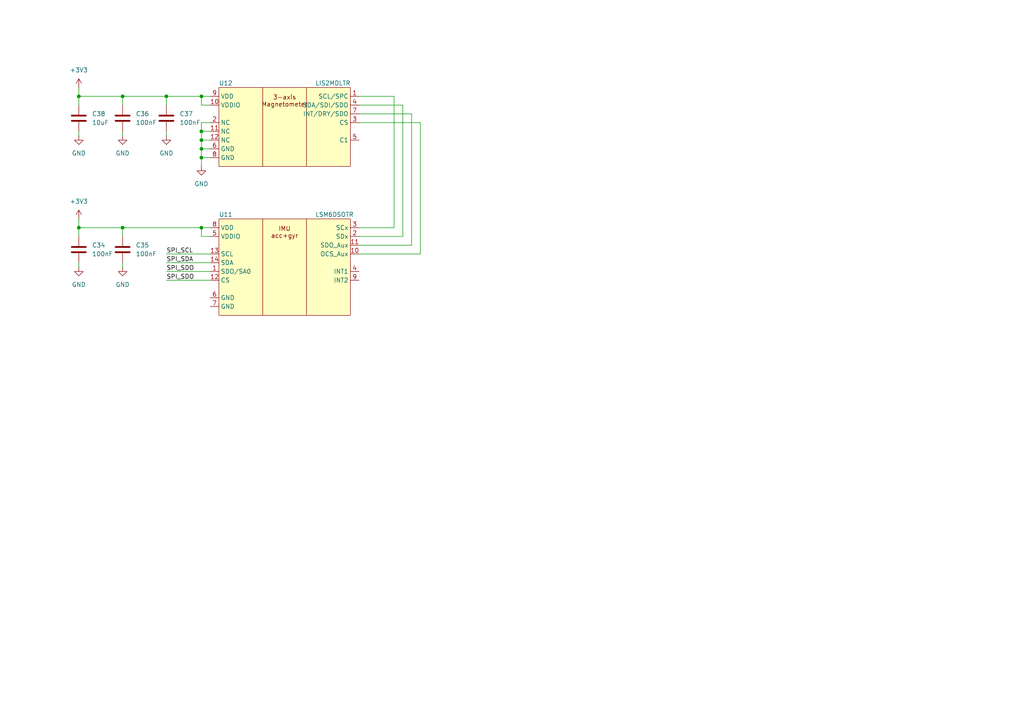
<source format=kicad_sch>
(kicad_sch (version 20231120) (generator "eeschema") (generator_version "8.0")
  (paper "A4")
  (lib_symbols
    (symbol "0_sensor:LIS2MDLTR"
      (property "Reference" "U" (at 0 1.27 0))
      (property "Value" "LIS2MDLTR" (at 27.94 1.27 0))
      (symbol "LIS2MDLTR_0_1"
        (polyline (pts (xy 12.7 0) (xy 12.7 -22.86)))
        (polyline (pts (xy 25.4 0) (xy 25.4 -22.86)))
      )
      (symbol "LIS2MDLTR_1_1"
        (rectangle (start 0 0) (end 38.1 -22.86) (fill (type background)))
        (text "3-axis\nMagnetometer" (at 19.05 -3.81 0) (effects (font (size 1.27 1.27))))
        (pin unspecified line (at 40.64 -2.54 180) (length 2.54) (name "SCL/SPC") (number "1"))
        (pin unspecified line (at -2.54 -5.08 0) (length 2.54) (name "VDDIO") (number "10"))
        (pin unspecified line (at -2.54 -12.7 0) (length 2.54) (name "NC") (number "11"))
        (pin unspecified line (at -2.54 -15.24 0) (length 2.54) (name "NC") (number "12"))
        (pin unspecified line (at -2.54 -10.16 0) (length 2.54) (name "NC") (number "2"))
        (pin unspecified line (at 40.64 -10.16 180) (length 2.54) (name "CS") (number "3"))
        (pin unspecified line (at 40.64 -5.08 180) (length 2.54) (name "SDA/SDI/SDO") (number "4"))
        (pin unspecified line (at 40.64 -15.24 180) (length 2.54) (name "C1") (number "5"))
        (pin unspecified line (at -2.54 -17.78 0) (length 2.54) (name "GND") (number "6"))
        (pin unspecified line (at 40.64 -7.62 180) (length 2.54) (name "INT/DRY/SDO") (number "7"))
        (pin unspecified line (at -2.54 -20.32 0) (length 2.54) (name "GND") (number "8"))
        (pin unspecified line (at -2.54 -2.54 0) (length 2.54) (name "VDD") (number "9"))
      )
    )
    (symbol "0_sensor:LSM6DSOTR"
      (property "Reference" "U" (at 0 1.27 0))
      (property "Value" "LSM6DSOTR" (at 27.94 1.27 0))
      (symbol "LSM6DSOTR_0_1"
        (polyline (pts (xy 12.7 0) (xy 12.7 -27.94)))
        (polyline (pts (xy 25.4 0) (xy 25.4 -27.94)))
      )
      (symbol "LSM6DSOTR_1_1"
        (rectangle (start 0 0) (end 38.1 -27.94) (fill (type background)))
        (text "IMU\nacc+gyr" (at 19.05 -3.81 0) (effects (font (size 1.27 1.27))))
        (pin unspecified line (at -2.54 -15.24 0) (length 2.54) (name "SDO/SA0") (number "1"))
        (pin unspecified line (at 40.64 -10.16 180) (length 2.54) (name "OCS_Aux") (number "10"))
        (pin unspecified line (at 40.64 -7.62 180) (length 2.54) (name "SDO_Aux") (number "11"))
        (pin unspecified line (at -2.54 -17.78 0) (length 2.54) (name "CS") (number "12"))
        (pin unspecified line (at -2.54 -10.16 0) (length 2.54) (name "SCL") (number "13"))
        (pin unspecified line (at -2.54 -12.7 0) (length 2.54) (name "SDA") (number "14"))
        (pin unspecified line (at 40.64 -5.08 180) (length 2.54) (name "SDx") (number "2"))
        (pin unspecified line (at 40.64 -2.54 180) (length 2.54) (name "SCx") (number "3"))
        (pin unspecified line (at 40.64 -15.24 180) (length 2.54) (name "INT1") (number "4"))
        (pin unspecified line (at -2.54 -5.08 0) (length 2.54) (name "VDDIO") (number "5"))
        (pin unspecified line (at -2.54 -22.86 0) (length 2.54) (name "GND") (number "6"))
        (pin unspecified line (at -2.54 -25.4 0) (length 2.54) (name "GND") (number "7"))
        (pin unspecified line (at -2.54 -2.54 0) (length 2.54) (name "VDD") (number "8"))
        (pin unspecified line (at 40.64 -17.78 180) (length 2.54) (name "INT2") (number "9"))
      )
    )
    (symbol "Device:C" (pin_numbers hide) (pin_names (offset 0.254))
      (property "Reference" "C" (at 0.635 2.54 0))
      (property "Value" "C" (at 0.635 -2.54 0))
      (symbol "C_0_1"
        (polyline (pts (xy -2.032 -0.762) (xy 2.032 -0.762)) (stroke (width 0.508)))
        (polyline (pts (xy -2.032 0.762) (xy 2.032 0.762)) (stroke (width 0.508)))
      )
      (symbol "C_1_1"
        (pin passive line (at 0 3.81 270) (length 2.794) (name "~") (number "1"))
        (pin passive line (at 0 -3.81 90) (length 2.794) (name "~") (number "2"))
      )
    )
    (symbol "power:+3V3" (power) (pin_numbers hide) (pin_names (offset 0) hide)
      (property "Value" "+3V3" (at 0 3.556 0))
      (symbol "+3V3_0_1"
        (polyline (pts (xy -0.762 1.27) (xy 0 2.54)))
        (polyline (pts (xy 0 0) (xy 0 2.54)))
        (polyline (pts (xy 0 2.54) (xy 0.762 1.27)))
      )
      (symbol "+3V3_1_1"
        (pin power_in line (at 0 0 90) (length 0) (name "~") (number "1"))
      )
    )
    (symbol "power:GND" (power) (pin_numbers hide) (pin_names (offset 0) hide)
      (property "Value" "GND" (at 0 -3.81 0))
      (symbol "GND_0_1"
        (polyline (pts (xy 0 0) (xy 0 -1.27) (xy 1.27 -1.27) (xy 0 -2.54) (xy -1.27 -1.27) (xy 0 -1.27)))
      )
      (symbol "GND_1_1"
        (pin power_in line (at 0 0 270) (length 0) (name "~") (number "1"))
      )
    )
  )
  (junction (at 48.26 27.94))
  (junction (at 58.42 45.72))
  (junction (at 58.42 27.94))
  (junction (at 35.56 66.04))
  (junction (at 58.42 40.64))
  (junction (at 35.56 27.94))
  (junction (at 22.86 66.04))
  (junction (at 58.42 38.1))
  (junction (at 58.42 66.04))
  (junction (at 22.86 27.94))
  (junction (at 58.42 43.18))
  (wire (pts (xy 60.96 68.58) (xy 58.42 68.58)))
  (wire (pts (xy 48.26 81.28) (xy 60.96 81.28)))
  (wire (pts (xy 48.26 27.94) (xy 58.42 27.94)))
  (wire (pts (xy 22.86 76.2) (xy 22.86 77.47)))
  (wire (pts (xy 22.86 63.5) (xy 22.86 66.04)))
  (wire (pts (xy 58.42 38.1) (xy 58.42 40.64)))
  (wire (pts (xy 58.42 68.58) (xy 58.42 66.04)))
  (wire (pts (xy 48.26 27.94) (xy 35.56 27.94)))
  (wire (pts (xy 58.42 38.1) (xy 60.96 38.1)))
  (wire (pts (xy 60.96 30.48) (xy 58.42 30.48)))
  (wire (pts (xy 48.26 38.1) (xy 48.26 39.37)))
  (wire (pts (xy 22.86 25.4) (xy 22.86 27.94)))
  (wire (pts (xy 121.92 73.66) (xy 104.14 73.66)))
  (wire (pts (xy 22.86 38.1) (xy 22.86 39.37)))
  (wire (pts (xy 58.42 40.64) (xy 58.42 43.18)))
  (wire (pts (xy 58.42 66.04) (xy 35.56 66.04)))
  (wire (pts (xy 58.42 43.18) (xy 58.42 45.72)))
  (wire (pts (xy 35.56 66.04) (xy 22.86 66.04)))
  (wire (pts (xy 48.26 78.74) (xy 60.96 78.74)))
  (wire (pts (xy 48.26 73.66) (xy 60.96 73.66)))
  (wire (pts (xy 58.42 43.18) (xy 60.96 43.18)))
  (wire (pts (xy 104.14 66.04) (xy 114.3 66.04)))
  (wire (pts (xy 104.14 33.02) (xy 119.38 33.02)))
  (wire (pts (xy 35.56 76.2) (xy 35.56 77.47)))
  (wire (pts (xy 22.86 27.94) (xy 35.56 27.94)))
  (wire (pts (xy 121.92 35.56) (xy 121.92 73.66)))
  (wire (pts (xy 58.42 45.72) (xy 58.42 48.26)))
  (wire (pts (xy 58.42 27.94) (xy 58.42 30.48)))
  (wire (pts (xy 35.56 66.04) (xy 35.56 68.58)))
  (wire (pts (xy 58.42 27.94) (xy 60.96 27.94)))
  (wire (pts (xy 58.42 35.56) (xy 58.42 38.1)))
  (wire (pts (xy 114.3 66.04) (xy 114.3 27.94)))
  (wire (pts (xy 22.86 27.94) (xy 22.86 30.48)))
  (wire (pts (xy 48.26 27.94) (xy 48.26 30.48)))
  (wire (pts (xy 114.3 27.94) (xy 104.14 27.94)))
  (wire (pts (xy 58.42 45.72) (xy 60.96 45.72)))
  (wire (pts (xy 116.84 68.58) (xy 104.14 68.58)))
  (wire (pts (xy 58.42 66.04) (xy 60.96 66.04)))
  (wire (pts (xy 104.14 30.48) (xy 116.84 30.48)))
  (wire (pts (xy 119.38 33.02) (xy 119.38 71.12)))
  (wire (pts (xy 48.26 76.2) (xy 60.96 76.2)))
  (wire (pts (xy 116.84 30.48) (xy 116.84 68.58)))
  (wire (pts (xy 58.42 40.64) (xy 60.96 40.64)))
  (wire (pts (xy 35.56 27.94) (xy 35.56 30.48)))
  (wire (pts (xy 22.86 66.04) (xy 22.86 68.58)))
  (wire (pts (xy 104.14 35.56) (xy 121.92 35.56)))
  (wire (pts (xy 60.96 35.56) (xy 58.42 35.56)))
  (wire (pts (xy 119.38 71.12) (xy 104.14 71.12)))
  (wire (pts (xy 35.56 38.1) (xy 35.56 39.37)))
  (label "SPI_SDA" (at 48.26 76.2 0))
  (label "SPI_SDO" (at 48.26 81.28 0))
  (label "SPI_SDO" (at 48.26 78.74 0))
  (label "SPI_SCL" (at 48.26 73.66 0))
  (symbol (lib_id "power:GND") (at 35.56 39.37 0) (unit 1)
    (property "Reference" "#PWR081" (effects (hide yes)))
    (property "Value" "GND" (at 35.56 44.45 0))
    (property "Description" "Power symbol creates a global label with name \"GND\" , ground" (effects (hide yes)))
  )
  (symbol (lib_id "power:+3V3") (at 22.86 63.5 0) (unit 1)
    (property "Reference" "#PWR077" (effects (hide yes)))
    (property "Value" "+3V3" (at 22.86 58.42 0))
    (property "Description" "Power symbol creates a global label with name \"+3V3\"" (effects (hide yes)))
  )
  (symbol (lib_id "power:GND") (at 22.86 39.37 0) (unit 1)
    (property "Reference" "#PWR083" (effects (hide yes)))
    (property "Value" "GND" (at 22.86 44.45 0))
    (property "Description" "Power symbol creates a global label with name \"GND\" , ground" (effects (hide yes)))
  )
  (symbol (lib_id "power:GND") (at 22.86 77.47 0) (unit 1)
    (property "Reference" "#PWR078" (effects (hide yes)))
    (property "Value" "GND" (at 22.86 82.55 0))
    (property "Description" "Power symbol creates a global label with name \"GND\" , ground" (effects (hide yes)))
  )
  (symbol (lib_id "power:GND") (at 35.56 77.47 0) (unit 1)
    (property "Reference" "#PWR079" (effects (hide yes)))
    (property "Value" "GND" (at 35.56 82.55 0))
    (property "Description" "Power symbol creates a global label with name \"GND\" , ground" (effects (hide yes)))
  )
  (symbol (lib_id "Device:C") (at 22.86 72.39 0) (unit 1)
    (property "Reference" "C34" (at 26.67 71.12 0) (effects (justify left)))
    (property "Value" "100nF" (at 26.67 73.66 0) (effects (justify left)))
    (property "Description" "Unpolarized capacitor" (effects (hide yes)))
  )
  (symbol (lib_id "0_sensor:LIS2MDLTR") (at 63.5 25.4 0) (unit 1)
    (property "Reference" "U12" (at 63.5 24.13 0) (effects (justify left)))
    (property "Value" "LIS2MDLTR" (at 91.44 24.13 0) (effects (justify left)))
    (property "Datasheet" "https://www.st.com/resource/en/datasheet/lis2mdl.pdf" (effects (hide yes)))
    (property "Description" "SENSOR MR I2C/SPI 12LGA" (effects (hide yes)))
    (property "kode PN" "DOTU010" (effects (hide yes)))
    (property "Manufacturer" "STMicroelectronics" (effects (hide yes)))
    (property "Manufacturer PN" "LIS2MDLTR" (effects (hide yes)))
    (property "Supplier 1" "LCSC" (effects (hide yes)))
    (property "Supplier 1 PN" "C919695" (effects (hide yes)))
  )
  (symbol (lib_id "power:+3V3") (at 22.86 25.4 0) (unit 1)
    (property "Reference" "#PWR080" (effects (hide yes)))
    (property "Value" "+3V3" (at 22.86 20.32 0))
    (property "Description" "Power symbol creates a global label with name \"+3V3\"" (effects (hide yes)))
  )
  (symbol (lib_id "power:GND") (at 48.26 39.37 0) (unit 1)
    (property "Reference" "#PWR082" (effects (hide yes)))
    (property "Value" "GND" (at 48.26 44.45 0))
    (property "Description" "Power symbol creates a global label with name \"GND\" , ground" (effects (hide yes)))
  )
  (symbol (lib_id "Device:C") (at 22.86 34.29 0) (unit 1)
    (property "Reference" "C38" (at 26.67 33.02 0) (effects (justify left)))
    (property "Value" "10uF" (at 26.67 35.56 0) (effects (justify left)))
    (property "Description" "Unpolarized capacitor" (effects (hide yes)))
  )
  (symbol (lib_id "0_sensor:LSM6DSOTR") (at 63.5 63.5 0) (unit 1)
    (property "Reference" "U11" (at 63.5 62.23 0) (effects (justify left)))
    (property "Value" "LSM6DSOTR" (at 91.44 62.23 0) (effects (justify left)))
    (property "Datasheet" "https://www.st.com/resource/en/datasheet/lsm6dso.pdf" (effects (hide yes)))
    (property "Description" "MOTION SENSOR accelerometer, gyroscope" (effects (hide yes)))
    (property "kode PN" "DOTU009" (effects (hide yes)))
    (property "Manufacturer" "STMicroelectronics" (effects (hide yes)))
    (property "Manufacturer PN" "LSM6DSOTR" (effects (hide yes)))
    (property "Supplier 1" "LCSC" (effects (hide yes)))
    (property "Supplier 1 PN" "C2655100" (effects (hide yes)))
  )
  (symbol (lib_id "Device:C") (at 35.56 72.39 0) (unit 1)
    (property "Reference" "C35" (at 39.37 71.12 0) (effects (justify left)))
    (property "Value" "100nF" (at 39.37 73.66 0) (effects (justify left)))
    (property "Description" "Unpolarized capacitor" (effects (hide yes)))
  )
  (symbol (lib_id "Device:C") (at 35.56 34.29 0) (unit 1)
    (property "Reference" "C36" (at 39.37 33.02 0) (effects (justify left)))
    (property "Value" "100nF" (at 39.37 35.56 0) (effects (justify left)))
    (property "Description" "Unpolarized capacitor" (effects (hide yes)))
  )
  (symbol (lib_id "power:GND") (at 58.42 48.26 0) (unit 1)
    (property "Reference" "#PWR084" (effects (hide yes)))
    (property "Value" "GND" (at 58.42 53.34 0))
    (property "Description" "Power symbol creates a global label with name \"GND\" , ground" (effects (hide yes)))
  )
  (symbol (lib_id "Device:C") (at 48.26 34.29 0) (unit 1)
    (property "Reference" "C37" (at 52.07 33.02 0) (effects (justify left)))
    (property "Value" "100nF" (at 52.07 35.56 0) (effects (justify left)))
    (property "Description" "Unpolarized capacitor" (effects (hide yes)))
  )
)
</source>
